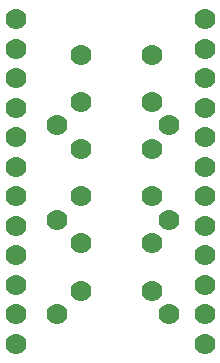
<source format=gtl>
G04 PROTEUS RS274X GERBER FILE*
%FSLAX24Y24*%
%MOIN*%
%ADD10C,0.0700*%
G54D10*
X-2952Y+3937D03*
X-2952Y+2952D03*
X-2952Y+1968D03*
X-2952Y+984D03*
X+3346Y+0D03*
X+3346Y-984D03*
X+3346Y-1968D03*
X-787Y+2755D03*
X-787Y+1181D03*
X+1574Y+1181D03*
X+1574Y+2755D03*
X-787Y-393D03*
X-787Y-1968D03*
X+1574Y-1968D03*
X+1574Y-393D03*
X-787Y-3543D03*
X-787Y-5118D03*
X+1574Y-5118D03*
X+1574Y-3543D03*
X-1574Y+393D03*
X+2165Y+393D03*
X-1574Y-2755D03*
X+2165Y-2755D03*
X-1574Y-5905D03*
X+2165Y-5905D03*
X-2952Y+0D03*
X-2952Y-984D03*
X-2952Y-1968D03*
X-2952Y-2952D03*
X-2952Y-3937D03*
X-2952Y-4921D03*
X-2952Y-5905D03*
X-2952Y-6889D03*
X+3346Y-2952D03*
X+3346Y-3937D03*
X+3346Y-4921D03*
X+3346Y-5905D03*
X+3346Y-6889D03*
X+3346Y+3937D03*
X+3346Y+2952D03*
X+3346Y+1968D03*
X+3346Y+984D03*
M00*

</source>
